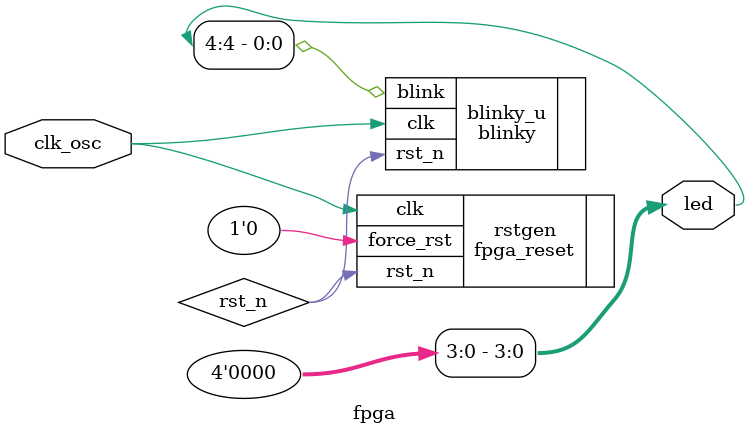
<source format=v>

module fpga (
	input wire clk_osc,
	output wire [4:0] led
);

// Generate system reset signal

wire rst_n;

fpga_reset rstgen (
	.clk       (clk_osc),
	.force_rst (1'b0),
	.rst_n     (rst_n)
);

// Instantiate blinky logic

blinky #(
	.CLK_HZ(12_000_000),
	.BLINK_HZ(1)
) blinky_u (
	.clk   (clk_osc),
	.rst_n (rst_n),
	.blink (led[4])
);

// Turn off the other LEDs

assign led[3:0] = 4'h0;

endmodule

</source>
